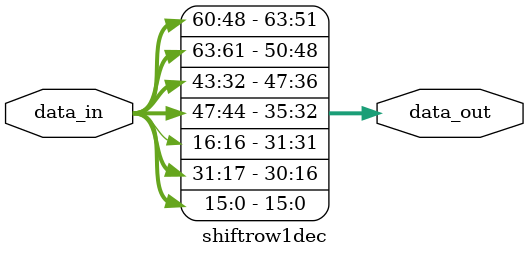
<source format=v>

module shiftrow1dec (input [63:0] data_in, output reg [63:0] data_out);
//inputs and outputs

always @(*)
begin

 data_out[15:0] = data_in[15:0];
 data_out[31:16] = {data_in[16],data_in[31:17]} ;
 data_out[47:32] = {data_in[43:32],data_in[47:44]} ;
 data_out[63:48] = {data_in[60:48],data_in[63:61]} ;

end
endmodule

</source>
